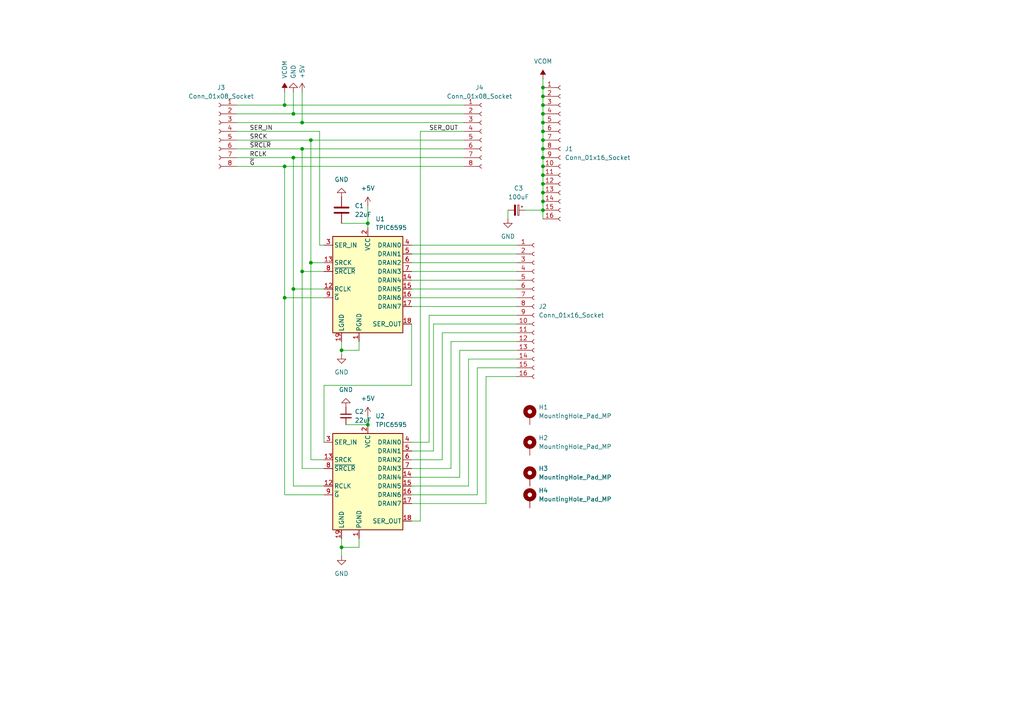
<source format=kicad_sch>
(kicad_sch (version 20231120) (generator "eeschema") (generator_version "8.0")
  (paper "A4")
  (lib_symbols
    (symbol "Connector:Conn_01x08_Socket" (pin_names (offset 1.016) hide)
      (property "Reference" "J" (at 0 10.16 0))
      (property "Value" "Conn_01x08_Socket" (at 0 -12.7 0))
      (symbol "Conn_01x08_Socket_1_1"
        (arc (start 0 -9.652) (mid -0.5058 -10.16) (end 0 -10.668) (stroke (width 0.1524)))
        (arc (start 0 -7.112) (mid -0.5058 -7.62) (end 0 -8.128) (stroke (width 0.1524)))
        (arc (start 0 -4.572) (mid -0.5058 -5.08) (end 0 -5.588) (stroke (width 0.1524)))
        (arc (start 0 -2.032) (mid -0.5058 -2.54) (end 0 -3.048) (stroke (width 0.1524)))
        (polyline (pts (xy -1.27 -10.16) (xy -0.508 -10.16)) (stroke (width 0.1524)))
        (polyline (pts (xy -1.27 -7.62) (xy -0.508 -7.62)) (stroke (width 0.1524)))
        (polyline (pts (xy -1.27 -5.08) (xy -0.508 -5.08)) (stroke (width 0.1524)))
        (polyline (pts (xy -1.27 -2.54) (xy -0.508 -2.54)) (stroke (width 0.1524)))
        (polyline (pts (xy -1.27 0) (xy -0.508 0)) (stroke (width 0.1524)))
        (polyline (pts (xy -1.27 2.54) (xy -0.508 2.54)) (stroke (width 0.1524)))
        (polyline (pts (xy -1.27 5.08) (xy -0.508 5.08)) (stroke (width 0.1524)))
        (polyline (pts (xy -1.27 7.62) (xy -0.508 7.62)) (stroke (width 0.1524)))
        (arc (start 0 0.508) (mid -0.5058 0) (end 0 -0.508) (stroke (width 0.1524)))
        (arc (start 0 3.048) (mid -0.5058 2.54) (end 0 2.032) (stroke (width 0.1524)))
        (arc (start 0 5.588) (mid -0.5058 5.08) (end 0 4.572) (stroke (width 0.1524)))
        (arc (start 0 8.128) (mid -0.5058 7.62) (end 0 7.112) (stroke (width 0.1524)))
        (pin passive line (at -5.08 7.62 0) (length 3.81) (name "Pin_1") (number "1"))
        (pin passive line (at -5.08 5.08 0) (length 3.81) (name "Pin_2") (number "2"))
        (pin passive line (at -5.08 2.54 0) (length 3.81) (name "Pin_3") (number "3"))
        (pin passive line (at -5.08 0 0) (length 3.81) (name "Pin_4") (number "4"))
        (pin passive line (at -5.08 -2.54 0) (length 3.81) (name "Pin_5") (number "5"))
        (pin passive line (at -5.08 -5.08 0) (length 3.81) (name "Pin_6") (number "6"))
        (pin passive line (at -5.08 -7.62 0) (length 3.81) (name "Pin_7") (number "7"))
        (pin passive line (at -5.08 -10.16 0) (length 3.81) (name "Pin_8") (number "8"))
      )
    )
    (symbol "Connector:Conn_01x16_Socket" (pin_names (offset 1.016) hide)
      (property "Reference" "J" (at 0 20.32 0))
      (property "Value" "Conn_01x16_Socket" (at 0 -22.86 0))
      (symbol "Conn_01x16_Socket_1_1"
        (arc (start 0 -19.812) (mid -0.5058 -20.32) (end 0 -20.828) (stroke (width 0.1524)))
        (arc (start 0 -17.272) (mid -0.5058 -17.78) (end 0 -18.288) (stroke (width 0.1524)))
        (arc (start 0 -14.732) (mid -0.5058 -15.24) (end 0 -15.748) (stroke (width 0.1524)))
        (arc (start 0 -12.192) (mid -0.5058 -12.7) (end 0 -13.208) (stroke (width 0.1524)))
        (arc (start 0 -9.652) (mid -0.5058 -10.16) (end 0 -10.668) (stroke (width 0.1524)))
        (arc (start 0 -7.112) (mid -0.5058 -7.62) (end 0 -8.128) (stroke (width 0.1524)))
        (arc (start 0 -4.572) (mid -0.5058 -5.08) (end 0 -5.588) (stroke (width 0.1524)))
        (arc (start 0 -2.032) (mid -0.5058 -2.54) (end 0 -3.048) (stroke (width 0.1524)))
        (polyline (pts (xy -1.27 -20.32) (xy -0.508 -20.32)) (stroke (width 0.1524)))
        (polyline (pts (xy -1.27 -17.78) (xy -0.508 -17.78)) (stroke (width 0.1524)))
        (polyline (pts (xy -1.27 -15.24) (xy -0.508 -15.24)) (stroke (width 0.1524)))
        (polyline (pts (xy -1.27 -12.7) (xy -0.508 -12.7)) (stroke (width 0.1524)))
        (polyline (pts (xy -1.27 -10.16) (xy -0.508 -10.16)) (stroke (width 0.1524)))
        (polyline (pts (xy -1.27 -7.62) (xy -0.508 -7.62)) (stroke (width 0.1524)))
        (polyline (pts (xy -1.27 -5.08) (xy -0.508 -5.08)) (stroke (width 0.1524)))
        (polyline (pts (xy -1.27 -2.54) (xy -0.508 -2.54)) (stroke (width 0.1524)))
        (polyline (pts (xy -1.27 0) (xy -0.508 0)) (stroke (width 0.1524)))
        (polyline (pts (xy -1.27 2.54) (xy -0.508 2.54)) (stroke (width 0.1524)))
        (polyline (pts (xy -1.27 5.08) (xy -0.508 5.08)) (stroke (width 0.1524)))
        (polyline (pts (xy -1.27 7.62) (xy -0.508 7.62)) (stroke (width 0.1524)))
        (polyline (pts (xy -1.27 10.16) (xy -0.508 10.16)) (stroke (width 0.1524)))
        (polyline (pts (xy -1.27 12.7) (xy -0.508 12.7)) (stroke (width 0.1524)))
        (polyline (pts (xy -1.27 15.24) (xy -0.508 15.24)) (stroke (width 0.1524)))
        (polyline (pts (xy -1.27 17.78) (xy -0.508 17.78)) (stroke (width 0.1524)))
        (arc (start 0 0.508) (mid -0.5058 0) (end 0 -0.508) (stroke (width 0.1524)))
        (arc (start 0 3.048) (mid -0.5058 2.54) (end 0 2.032) (stroke (width 0.1524)))
        (arc (start 0 5.588) (mid -0.5058 5.08) (end 0 4.572) (stroke (width 0.1524)))
        (arc (start 0 8.128) (mid -0.5058 7.62) (end 0 7.112) (stroke (width 0.1524)))
        (arc (start 0 10.668) (mid -0.5058 10.16) (end 0 9.652) (stroke (width 0.1524)))
        (arc (start 0 13.208) (mid -0.5058 12.7) (end 0 12.192) (stroke (width 0.1524)))
        (arc (start 0 15.748) (mid -0.5058 15.24) (end 0 14.732) (stroke (width 0.1524)))
        (arc (start 0 18.288) (mid -0.5058 17.78) (end 0 17.272) (stroke (width 0.1524)))
        (pin passive line (at -5.08 17.78 0) (length 3.81) (name "Pin_1") (number "1"))
        (pin passive line (at -5.08 -5.08 0) (length 3.81) (name "Pin_10") (number "10"))
        (pin passive line (at -5.08 -7.62 0) (length 3.81) (name "Pin_11") (number "11"))
        (pin passive line (at -5.08 -10.16 0) (length 3.81) (name "Pin_12") (number "12"))
        (pin passive line (at -5.08 -12.7 0) (length 3.81) (name "Pin_13") (number "13"))
        (pin passive line (at -5.08 -15.24 0) (length 3.81) (name "Pin_14") (number "14"))
        (pin passive line (at -5.08 -17.78 0) (length 3.81) (name "Pin_15") (number "15"))
        (pin passive line (at -5.08 -20.32 0) (length 3.81) (name "Pin_16") (number "16"))
        (pin passive line (at -5.08 15.24 0) (length 3.81) (name "Pin_2") (number "2"))
        (pin passive line (at -5.08 12.7 0) (length 3.81) (name "Pin_3") (number "3"))
        (pin passive line (at -5.08 10.16 0) (length 3.81) (name "Pin_4") (number "4"))
        (pin passive line (at -5.08 7.62 0) (length 3.81) (name "Pin_5") (number "5"))
        (pin passive line (at -5.08 5.08 0) (length 3.81) (name "Pin_6") (number "6"))
        (pin passive line (at -5.08 2.54 0) (length 3.81) (name "Pin_7") (number "7"))
        (pin passive line (at -5.08 0 0) (length 3.81) (name "Pin_8") (number "8"))
        (pin passive line (at -5.08 -2.54 0) (length 3.81) (name "Pin_9") (number "9"))
      )
    )
    (symbol "Device:C" (pin_numbers hide) (pin_names (offset 0.254))
      (property "Reference" "C" (at 0.635 2.54 0))
      (property "Value" "C" (at 0.635 -2.54 0))
      (symbol "C_0_1"
        (polyline (pts (xy -2.032 -0.762) (xy 2.032 -0.762)) (stroke (width 0.508)))
        (polyline (pts (xy -2.032 0.762) (xy 2.032 0.762)) (stroke (width 0.508)))
      )
      (symbol "C_1_1"
        (pin passive line (at 0 3.81 270) (length 2.794) (name "~") (number "1"))
        (pin passive line (at 0 -3.81 90) (length 2.794) (name "~") (number "2"))
      )
    )
    (symbol "Device:C_Polarized_Small" (pin_numbers hide) (pin_names (offset 0.254) hide)
      (property "Reference" "C" (at 0.254 1.778 0))
      (property "Value" "C_Polarized_Small" (at 0.254 -2.032 0))
      (symbol "C_Polarized_Small_0_1"
        (rectangle (start -1.524 -0.3048) (end 1.524 -0.6858) (fill (type outline)))
        (rectangle (start -1.524 0.6858) (end 1.524 0.3048))
        (polyline (pts (xy -1.27 1.524) (xy -0.762 1.524)))
        (polyline (pts (xy -1.016 1.27) (xy -1.016 1.778)))
      )
      (symbol "C_Polarized_Small_1_1"
        (pin passive line (at 0 2.54 270) (length 1.8542) (name "~") (number "1"))
        (pin passive line (at 0 -2.54 90) (length 1.8542) (name "~") (number "2"))
      )
    )
    (symbol "Device:C_Small" (pin_numbers hide) (pin_names (offset 0.254) hide)
      (property "Reference" "C" (at 0.254 1.778 0))
      (property "Value" "C_Small" (at 0.254 -2.032 0))
      (symbol "C_Small_0_1"
        (polyline (pts (xy -1.524 -0.508) (xy 1.524 -0.508)) (stroke (width 0.3302)))
        (polyline (pts (xy -1.524 0.508) (xy 1.524 0.508)) (stroke (width 0.3048)))
      )
      (symbol "C_Small_1_1"
        (pin passive line (at 0 2.54 270) (length 2.032) (name "~") (number "1"))
        (pin passive line (at 0 -2.54 90) (length 2.032) (name "~") (number "2"))
      )
    )
    (symbol "Interface_Expansion:TPIC6595" (pin_names (offset 0.381))
      (property "Reference" "U" (at -8.89 13.97 0))
      (property "Value" "TPIC6595" (at 6.35 13.97 0))
      (symbol "TPIC6595_0_1"
        (rectangle (start -10.16 12.7) (end 10.16 -15.24) (stroke (width 0.254)) (fill (type background)))
      )
      (symbol "TPIC6595_1_1"
        (pin power_in line (at -2.54 -17.78 90) (length 2.54) (name "PGND") (number "1"))
        (pin passive line (at -2.54 -17.78 90) (length 2.54) hide (name "PGND") (number "10"))
        (pin passive line (at -2.54 -17.78 90) (length 2.54) hide (name "PGND") (number "11"))
        (pin input line (at -12.7 -2.54 0) (length 2.54) (name "RCLK") (number "12"))
        (pin input line (at -12.7 5.08 0) (length 2.54) (name "SRCK") (number "13"))
        (pin open_collector line (at 12.7 0 180) (length 2.54) (name "DRAIN4") (number "14"))
        (pin open_collector line (at 12.7 -2.54 180) (length 2.54) (name "DRAIN5") (number "15"))
        (pin open_collector line (at 12.7 -5.08 180) (length 2.54) (name "DRAIN6") (number "16"))
        (pin open_collector line (at 12.7 -7.62 180) (length 2.54) (name "DRAIN7") (number "17"))
        (pin output line (at 12.7 -12.7 180) (length 2.54) (name "SER_OUT") (number "18"))
        (pin power_in line (at -7.62 -17.78 90) (length 2.54) (name "LGND") (number "19"))
        (pin power_in line (at 0 15.24 270) (length 2.54) (name "VCC") (number "2"))
        (pin passive line (at -2.54 -17.78 90) (length 2.54) hide (name "PGND") (number "20"))
        (pin input line (at -12.7 10.16 0) (length 2.54) (name "SER_IN") (number "3"))
        (pin open_collector line (at 12.7 10.16 180) (length 2.54) (name "DRAIN0") (number "4"))
        (pin open_collector line (at 12.7 7.62 180) (length 2.54) (name "DRAIN1") (number "5"))
        (pin open_collector line (at 12.7 5.08 180) (length 2.54) (name "DRAIN2") (number "6"))
        (pin open_collector line (at 12.7 2.54 180) (length 2.54) (name "DRAIN3") (number "7"))
        (pin input line (at -12.7 2.54 0) (length 2.54) (name "~{SRCLR}") (number "8"))
        (pin input line (at -12.7 -5.08 0) (length 2.54) (name "~{G}") (number "9"))
      )
    )
    (symbol "Mechanical:MountingHole_Pad_MP" (pin_numbers hide) (pin_names (offset 1.016) hide) (exclude_from_sim yes) (in_bom no)
      (property "Reference" "H" (at 0 6.35 0))
      (property "Value" "MountingHole_Pad_MP" (at 0 4.445 0))
      (symbol "MountingHole_Pad_MP_0_1"
        (circle (center 0 1.27) (radius 1.27) (stroke (width 1.27)))
      )
      (symbol "MountingHole_Pad_MP_1_1"
        (pin input line (at 0 -2.54 90) (length 2.54) (name "MP") (number "MP"))
      )
    )
    (symbol "power:+5V" (power) (pin_numbers hide) (pin_names (offset 0) hide)
      (property "Value" "+5V" (at 0 3.556 0))
      (symbol "+5V_0_1"
        (polyline (pts (xy -0.762 1.27) (xy 0 2.54)))
        (polyline (pts (xy 0 0) (xy 0 2.54)))
        (polyline (pts (xy 0 2.54) (xy 0.762 1.27)))
      )
      (symbol "+5V_1_1"
        (pin power_in line (at 0 0 90) (length 0) (name "~") (number "1"))
      )
    )
    (symbol "power:GND" (power) (pin_numbers hide) (pin_names (offset 0) hide)
      (property "Value" "GND" (at 0 -3.81 0))
      (symbol "GND_0_1"
        (polyline (pts (xy 0 0) (xy 0 -1.27) (xy 1.27 -1.27) (xy 0 -2.54) (xy -1.27 -1.27) (xy 0 -1.27)))
      )
      (symbol "GND_1_1"
        (pin power_in line (at 0 0 270) (length 0) (name "~") (number "1"))
      )
    )
    (symbol "power:VCOM" (power) (pin_numbers hide) (pin_names (offset 0) hide)
      (property "Value" "VCOM" (at 0 3.556 0))
      (symbol "VCOM_0_1"
        (polyline (pts (xy 0 0) (xy 0 2.54)))
        (polyline (pts (xy 0.762 1.27) (xy -0.762 1.27) (xy 0 2.54) (xy 0.762 1.27)) (fill (type outline)))
      )
      (symbol "VCOM_1_1"
        (pin power_in line (at 0 0 90) (length 0) (name "~") (number "1"))
      )
    )
  )
  (junction (at 85.09 45.72))
  (junction (at 157.48 58.42))
  (junction (at 85.09 83.82))
  (junction (at 157.48 27.94))
  (junction (at 157.48 40.64))
  (junction (at 87.63 43.18))
  (junction (at 82.55 30.48))
  (junction (at 157.48 60.96))
  (junction (at 99.06 158.75))
  (junction (at 87.63 35.56))
  (junction (at 157.48 53.34))
  (junction (at 85.09 33.02))
  (junction (at 157.48 50.8))
  (junction (at 106.68 64.77))
  (junction (at 90.17 76.2))
  (junction (at 157.48 43.18))
  (junction (at 106.68 123.19))
  (junction (at 157.48 25.4))
  (junction (at 157.48 45.72))
  (junction (at 82.55 48.26))
  (junction (at 157.48 30.48))
  (junction (at 87.63 78.74))
  (junction (at 157.48 55.88))
  (junction (at 82.55 86.36))
  (junction (at 157.48 33.02))
  (junction (at 157.48 35.56))
  (junction (at 157.48 48.26))
  (junction (at 99.06 101.6))
  (junction (at 157.48 38.1))
  (junction (at 90.17 40.64))
  (wire (pts (xy 157.48 25.4) (xy 157.48 27.94)))
  (wire (pts (xy 106.68 120.65) (xy 106.68 123.19)))
  (wire (pts (xy 119.38 128.27) (xy 124.46 128.27)))
  (wire (pts (xy 147.32 60.96) (xy 147.32 63.5)))
  (wire (pts (xy 133.35 138.43) (xy 133.35 101.6)))
  (wire (pts (xy 157.48 38.1) (xy 157.48 40.64)))
  (wire (pts (xy 92.71 38.1) (xy 92.71 71.12)))
  (wire (pts (xy 157.48 58.42) (xy 157.48 60.96)))
  (wire (pts (xy 90.17 76.2) (xy 90.17 133.35)))
  (wire (pts (xy 125.73 93.98) (xy 125.73 130.81)))
  (wire (pts (xy 157.48 30.48) (xy 157.48 33.02)))
  (wire (pts (xy 106.68 59.69) (xy 106.68 64.77)))
  (wire (pts (xy 87.63 135.89) (xy 93.98 135.89)))
  (wire (pts (xy 90.17 40.64) (xy 134.62 40.64)))
  (wire (pts (xy 140.97 109.22) (xy 140.97 146.05)))
  (wire (pts (xy 119.38 71.12) (xy 149.86 71.12)))
  (wire (pts (xy 149.86 93.98) (xy 125.73 93.98)))
  (wire (pts (xy 104.14 101.6) (xy 99.06 101.6)))
  (wire (pts (xy 99.06 64.77) (xy 106.68 64.77)))
  (wire (pts (xy 119.38 111.76) (xy 93.98 111.76)))
  (wire (pts (xy 128.27 133.35) (xy 128.27 96.52)))
  (wire (pts (xy 119.38 88.9) (xy 149.86 88.9)))
  (wire (pts (xy 104.14 156.21) (xy 104.14 158.75)))
  (wire (pts (xy 128.27 96.52) (xy 149.86 96.52)))
  (wire (pts (xy 82.55 30.48) (xy 82.55 26.67)))
  (wire (pts (xy 157.48 43.18) (xy 157.48 45.72)))
  (wire (pts (xy 106.68 64.77) (xy 106.68 66.04)))
  (wire (pts (xy 82.55 86.36) (xy 82.55 48.26)))
  (wire (pts (xy 121.92 38.1) (xy 134.62 38.1)))
  (wire (pts (xy 157.48 53.34) (xy 157.48 55.88)))
  (wire (pts (xy 90.17 76.2) (xy 90.17 40.64)))
  (wire (pts (xy 119.38 93.98) (xy 119.38 111.76)))
  (wire (pts (xy 87.63 43.18) (xy 134.62 43.18)))
  (wire (pts (xy 82.55 48.26) (xy 134.62 48.26)))
  (wire (pts (xy 119.38 138.43) (xy 133.35 138.43)))
  (wire (pts (xy 149.86 99.06) (xy 130.81 99.06)))
  (wire (pts (xy 93.98 86.36) (xy 82.55 86.36)))
  (wire (pts (xy 85.09 45.72) (xy 68.58 45.72)))
  (wire (pts (xy 157.48 45.72) (xy 157.48 48.26)))
  (wire (pts (xy 119.38 151.13) (xy 121.92 151.13)))
  (wire (pts (xy 87.63 78.74) (xy 87.63 43.18)))
  (wire (pts (xy 119.38 146.05) (xy 140.97 146.05)))
  (wire (pts (xy 157.48 33.02) (xy 157.48 35.56)))
  (wire (pts (xy 90.17 133.35) (xy 93.98 133.35)))
  (wire (pts (xy 119.38 140.97) (xy 135.89 140.97)))
  (wire (pts (xy 87.63 78.74) (xy 87.63 135.89)))
  (wire (pts (xy 87.63 35.56) (xy 134.62 35.56)))
  (wire (pts (xy 157.48 27.94) (xy 157.48 30.48)))
  (wire (pts (xy 149.86 109.22) (xy 140.97 109.22)))
  (wire (pts (xy 119.38 73.66) (xy 149.86 73.66)))
  (wire (pts (xy 92.71 71.12) (xy 93.98 71.12)))
  (wire (pts (xy 93.98 111.76) (xy 93.98 128.27)))
  (wire (pts (xy 99.06 99.06) (xy 99.06 101.6)))
  (wire (pts (xy 68.58 33.02) (xy 85.09 33.02)))
  (wire (pts (xy 82.55 143.51) (xy 93.98 143.51)))
  (wire (pts (xy 119.38 76.2) (xy 149.86 76.2)))
  (wire (pts (xy 85.09 33.02) (xy 134.62 33.02)))
  (wire (pts (xy 124.46 91.44) (xy 149.86 91.44)))
  (wire (pts (xy 93.98 83.82) (xy 85.09 83.82)))
  (wire (pts (xy 149.86 104.14) (xy 135.89 104.14)))
  (wire (pts (xy 85.09 83.82) (xy 85.09 45.72)))
  (wire (pts (xy 157.48 50.8) (xy 157.48 53.34)))
  (wire (pts (xy 124.46 128.27) (xy 124.46 91.44)))
  (wire (pts (xy 157.48 40.64) (xy 157.48 43.18)))
  (wire (pts (xy 93.98 76.2) (xy 90.17 76.2)))
  (wire (pts (xy 157.48 35.56) (xy 157.48 38.1)))
  (wire (pts (xy 157.48 48.26) (xy 157.48 50.8)))
  (wire (pts (xy 99.06 101.6) (xy 99.06 102.87)))
  (wire (pts (xy 82.55 30.48) (xy 134.62 30.48)))
  (wire (pts (xy 68.58 35.56) (xy 87.63 35.56)))
  (wire (pts (xy 152.4 60.96) (xy 157.48 60.96)))
  (wire (pts (xy 85.09 26.67) (xy 85.09 33.02)))
  (wire (pts (xy 90.17 40.64) (xy 68.58 40.64)))
  (wire (pts (xy 157.48 60.96) (xy 157.48 63.5)))
  (wire (pts (xy 138.43 143.51) (xy 138.43 106.68)))
  (wire (pts (xy 85.09 83.82) (xy 85.09 140.97)))
  (wire (pts (xy 99.06 158.75) (xy 99.06 161.29)))
  (wire (pts (xy 99.06 156.21) (xy 99.06 158.75)))
  (wire (pts (xy 135.89 104.14) (xy 135.89 140.97)))
  (wire (pts (xy 119.38 133.35) (xy 128.27 133.35)))
  (wire (pts (xy 104.14 99.06) (xy 104.14 101.6)))
  (wire (pts (xy 85.09 45.72) (xy 134.62 45.72)))
  (wire (pts (xy 157.48 22.86) (xy 157.48 25.4)))
  (wire (pts (xy 87.63 35.56) (xy 87.63 26.67)))
  (wire (pts (xy 68.58 30.48) (xy 82.55 30.48)))
  (wire (pts (xy 100.33 123.19) (xy 106.68 123.19)))
  (wire (pts (xy 85.09 140.97) (xy 93.98 140.97)))
  (wire (pts (xy 119.38 143.51) (xy 138.43 143.51)))
  (wire (pts (xy 68.58 48.26) (xy 82.55 48.26)))
  (wire (pts (xy 133.35 101.6) (xy 149.86 101.6)))
  (wire (pts (xy 121.92 151.13) (xy 121.92 38.1)))
  (wire (pts (xy 119.38 130.81) (xy 125.73 130.81)))
  (wire (pts (xy 68.58 38.1) (xy 92.71 38.1)))
  (wire (pts (xy 119.38 86.36) (xy 149.86 86.36)))
  (wire (pts (xy 130.81 99.06) (xy 130.81 135.89)))
  (wire (pts (xy 82.55 86.36) (xy 82.55 143.51)))
  (wire (pts (xy 104.14 158.75) (xy 99.06 158.75)))
  (wire (pts (xy 119.38 83.82) (xy 149.86 83.82)))
  (wire (pts (xy 119.38 135.89) (xy 130.81 135.89)))
  (wire (pts (xy 119.38 78.74) (xy 149.86 78.74)))
  (wire (pts (xy 138.43 106.68) (xy 149.86 106.68)))
  (wire (pts (xy 87.63 43.18) (xy 68.58 43.18)))
  (wire (pts (xy 93.98 78.74) (xy 87.63 78.74)))
  (wire (pts (xy 119.38 81.28) (xy 149.86 81.28)))
  (wire (pts (xy 157.48 55.88) (xy 157.48 58.42)))
  (label "~{G}" (at 72.39 48.26 0))
  (label "SER_OUT" (at 124.46 38.1 0))
  (label "RCLK" (at 72.39 45.72 0))
  (label "SER_IN" (at 72.39 38.1 0))
  (label "~{SRCLR}" (at 72.39 43.18 0))
  (label "SRCK" (at 72.39 40.64 0))
  (symbol (lib_id "power:+5V") (at 106.68 120.65 0) (unit 1)
    (property "Reference" "#PWR02" (effects (hide yes)))
    (property "Value" "+5V" (at 106.68 115.57 0))
    (property "Description" "Power symbol creates a global label with name \"+5V\"" (effects (hide yes)))
  )
  (symbol (lib_id "Device:C") (at 99.06 60.96 0) (unit 1)
    (property "Reference" "C1" (at 102.87 59.6899 0) (effects (justify left)))
    (property "Value" "22uF" (at 102.87 62.2299 0) (effects (justify left)))
    (property "Footprint" "Capacitor_SMD:C_0805_2012Metric" (effects (hide yes)))
    (property "Description" "Unpolarized capacitor" (effects (hide yes)))
  )
  (symbol (lib_id "power:VCOM") (at 157.48 22.86 0) (unit 1)
    (property "Reference" "#PWR010" (effects (hide yes)))
    (property "Value" "VCOM" (at 157.48 17.78 0))
    (property "Description" "Power symbol creates a global label with name \"VCOM\"" (effects (hide yes)))
  )
  (symbol (lib_id "power:+5V") (at 87.63 26.67 0) (unit 1)
    (property "Reference" "#PWR09" (effects (hide yes)))
    (property "Value" "+5V" (at 87.6299 22.86 90) (effects (justify left)))
    (property "Description" "Power symbol creates a global label with name \"+5V\"" (effects (hide yes)))
  )
  (symbol (lib_id "power:GND") (at 99.06 57.15 180) (unit 1)
    (property "Reference" "#PWR05" (effects (hide yes)))
    (property "Value" "GND" (at 99.06 52.07 0))
    (property "Description" "Power symbol creates a global label with name \"GND\" , ground" (effects (hide yes)))
  )
  (symbol (lib_id "power:GND") (at 147.32 63.5 0) (unit 1)
    (property "Reference" "#PWR011" (effects (hide yes)))
    (property "Value" "GND" (at 147.32 68.58 0))
    (property "Description" "Power symbol creates a global label with name \"GND\" , ground" (effects (hide yes)))
  )
  (symbol (lib_id "Mechanical:MountingHole_Pad_MP") (at 153.67 138.43 0) (unit 1) (exclude_from_sim yes) (in_bom no)
    (property "Reference" "H3" (at 156.21 135.8899 0) (effects (justify left)))
    (property "Value" "MountingHole_Pad_MP" (at 156.21 138.4299 0) (effects (justify left)))
    (property "Footprint" "MountingHole:MountingHole_2.2mm_M2_ISO14580_Pad" (effects (hide yes)))
    (property "Description" "Mounting Hole with connection as pad named MP" (effects (hide yes)))
  )
  (symbol (lib_id "Connector:Conn_01x08_Socket") (at 139.7 38.1 0) (unit 1)
    (property "Reference" "J4" (at 139.065 25.4 0))
    (property "Value" "Conn_01x08_Socket" (at 139.065 27.94 0))
    (property "Footprint" "Connector_PinHeader_2.54mm:PinHeader_1x08_P2.54mm_Vertical" (effects (hide yes)))
    (property "Description" "Generic connector, single row, 01x08, script generated" (effects (hide yes)))
  )
  (symbol (lib_id "Device:C_Small") (at 100.33 120.65 0) (unit 1)
    (property "Reference" "C2" (at 102.87 119.3862 0) (effects (justify left)))
    (property "Value" "22uF" (at 102.87 121.9262 0) (effects (justify left)))
    (property "Footprint" "Capacitor_SMD:C_0805_2012Metric" (effects (hide yes)))
    (property "Description" "Unpolarized capacitor, small symbol" (effects (hide yes)))
  )
  (symbol (lib_id "Mechanical:MountingHole_Pad_MP") (at 153.67 120.65 0) (unit 1) (exclude_from_sim yes) (in_bom no)
    (property "Reference" "H1" (at 156.21 118.1099 0) (effects (justify left)))
    (property "Value" "MountingHole_Pad_MP" (at 156.21 120.6499 0) (effects (justify left)))
    (property "Footprint" "MountingHole:MountingHole_2.2mm_M2_ISO14580_Pad" (effects (hide yes)))
    (property "Description" "Mounting Hole with connection as pad named MP" (effects (hide yes)))
  )
  (symbol (lib_id "power:GND") (at 85.09 26.67 180) (unit 1)
    (property "Reference" "#PWR08" (effects (hide yes)))
    (property "Value" "GND" (at 85.0899 22.86 90) (effects (justify right)))
    (property "Description" "Power symbol creates a global label with name \"GND\" , ground" (effects (hide yes)))
  )
  (symbol (lib_id "power:GND") (at 100.33 118.11 180) (unit 1)
    (property "Reference" "#PWR06" (effects (hide yes)))
    (property "Value" "GND" (at 100.33 113.03 0))
    (property "Description" "Power symbol creates a global label with name \"GND\" , ground" (effects (hide yes)))
  )
  (symbol (lib_id "Interface_Expansion:TPIC6595") (at 106.68 81.28 0) (unit 1)
    (property "Reference" "U1" (at 108.8741 63.5 0) (effects (justify left)))
    (property "Value" "TPIC6595" (at 108.8741 66.04 0) (effects (justify left)))
    (property "Footprint" "Package_SO:SOIC-20W_7.5x12.8mm_P1.27mm" (effects (hide yes)))
    (property "Datasheet" "http://www.ti.com/lit/ds/symlink/tpic6595.pdf" (effects (hide yes)))
    (property "Description" "Power Logic 8-bit Shift Register, DIP-8/SOIC-8" (effects (hide yes)))
  )
  (symbol (lib_id "power:GND") (at 99.06 161.29 0) (unit 1)
    (property "Reference" "#PWR04" (effects (hide yes)))
    (property "Value" "GND" (at 99.06 166.37 0))
    (property "Description" "Power symbol creates a global label with name \"GND\" , ground" (effects (hide yes)))
  )
  (symbol (lib_id "Interface_Expansion:TPIC6595") (at 106.68 138.43 0) (unit 1)
    (property "Reference" "U2" (at 108.8741 120.65 0) (effects (justify left)))
    (property "Value" "TPIC6595" (at 108.8741 123.19 0) (effects (justify left)))
    (property "Footprint" "Package_SO:SOIC-20W_7.5x12.8mm_P1.27mm" (effects (hide yes)))
    (property "Datasheet" "http://www.ti.com/lit/ds/symlink/tpic6595.pdf" (effects (hide yes)))
    (property "Description" "Power Logic 8-bit Shift Register, DIP-8/SOIC-8" (effects (hide yes)))
  )
  (symbol (lib_id "power:+5V") (at 106.68 59.69 0) (unit 1)
    (property "Reference" "#PWR01" (effects (hide yes)))
    (property "Value" "+5V" (at 106.68 54.61 0))
    (property "Description" "Power symbol creates a global label with name \"+5V\"" (effects (hide yes)))
  )
  (symbol (lib_id "power:VCOM") (at 82.55 26.67 0) (unit 1)
    (property "Reference" "#PWR07" (effects (hide yes)))
    (property "Value" "VCOM" (at 82.5499 22.86 90) (effects (justify left)))
    (property "Description" "Power symbol creates a global label with name \"VCOM\"" (effects (hide yes)))
  )
  (symbol (lib_id "Connector:Conn_01x16_Socket") (at 162.56 43.18 0) (unit 1)
    (property "Reference" "J1" (at 163.83 43.1799 0) (effects (justify left)))
    (property "Value" "Conn_01x16_Socket" (at 163.83 45.7199 0) (effects (justify left)))
    (property "Footprint" "Connector_PinHeader_2.54mm:PinHeader_1x16_P2.54mm_Vertical" (effects (hide yes)))
    (property "Description" "Generic connector, single row, 01x16, script generated" (effects (hide yes)))
  )
  (symbol (lib_id "Connector:Conn_01x08_Socket") (at 63.5 38.1 0) (mirror y) (unit 1)
    (property "Reference" "J3" (at 64.135 25.4 0))
    (property "Value" "Conn_01x08_Socket" (at 64.135 27.94 0))
    (property "Footprint" "Connector_PinHeader_2.54mm:PinHeader_1x08_P2.54mm_Vertical" (effects (hide yes)))
    (property "Description" "Generic connector, single row, 01x08, script generated" (effects (hide yes)))
  )
  (symbol (lib_id "power:GND") (at 99.06 102.87 0) (unit 1)
    (property "Reference" "#PWR03" (effects (hide yes)))
    (property "Value" "GND" (at 99.06 107.95 0))
    (property "Description" "Power symbol creates a global label with name \"GND\" , ground" (effects (hide yes)))
  )
  (symbol (lib_id "Connector:Conn_01x16_Socket") (at 154.94 88.9 0) (unit 1)
    (property "Reference" "J2" (at 156.21 88.8999 0) (effects (justify left)))
    (property "Value" "Conn_01x16_Socket" (at 156.21 91.4399 0) (effects (justify left)))
    (property "Footprint" "Connector_PinHeader_2.54mm:PinHeader_1x16_P2.54mm_Vertical" (effects (hide yes)))
    (property "Description" "Generic connector, single row, 01x16, script generated" (effects (hide yes)))
  )
  (symbol (lib_id "Mechanical:MountingHole_Pad_MP") (at 153.67 144.78 0) (unit 1) (exclude_from_sim yes) (in_bom no)
    (property "Reference" "H4" (at 156.21 142.2399 0) (effects (justify left)))
    (property "Value" "MountingHole_Pad_MP" (at 156.21 144.7799 0) (effects (justify left)))
    (property "Footprint" "MountingHole:MountingHole_2.2mm_M2_ISO14580_Pad" (effects (hide yes)))
    (property "Description" "Mounting Hole with connection as pad named MP" (effects (hide yes)))
  )
  (symbol (lib_id "Device:C_Polarized_Small") (at 149.86 60.96 270) (unit 1)
    (property "Reference" "C3" (at 150.4061 54.61 90))
    (property "Value" "100uF" (at 150.4061 57.15 90))
    (property "Footprint" "Capacitor_THT:CP_Radial_D8.0mm_P3.50mm" (effects (hide yes)))
    (property "Description" "Polarized capacitor, small symbol" (effects (hide yes)))
  )
  (symbol (lib_id "Mechanical:MountingHole_Pad_MP") (at 153.67 129.54 0) (unit 1) (exclude_from_sim yes) (in_bom no)
    (property "Reference" "H2" (at 156.21 126.9999 0) (effects (justify left)))
    (property "Value" "MountingHole_Pad_MP" (at 156.21 129.5399 0) (effects (justify left)))
    (property "Footprint" "MountingHole:MountingHole_2.2mm_M2_ISO14580_Pad" (effects (hide yes)))
    (property "Description" "Mounting Hole with connection as pad named MP" (effects (hide yes)))
  )
)
</source>
